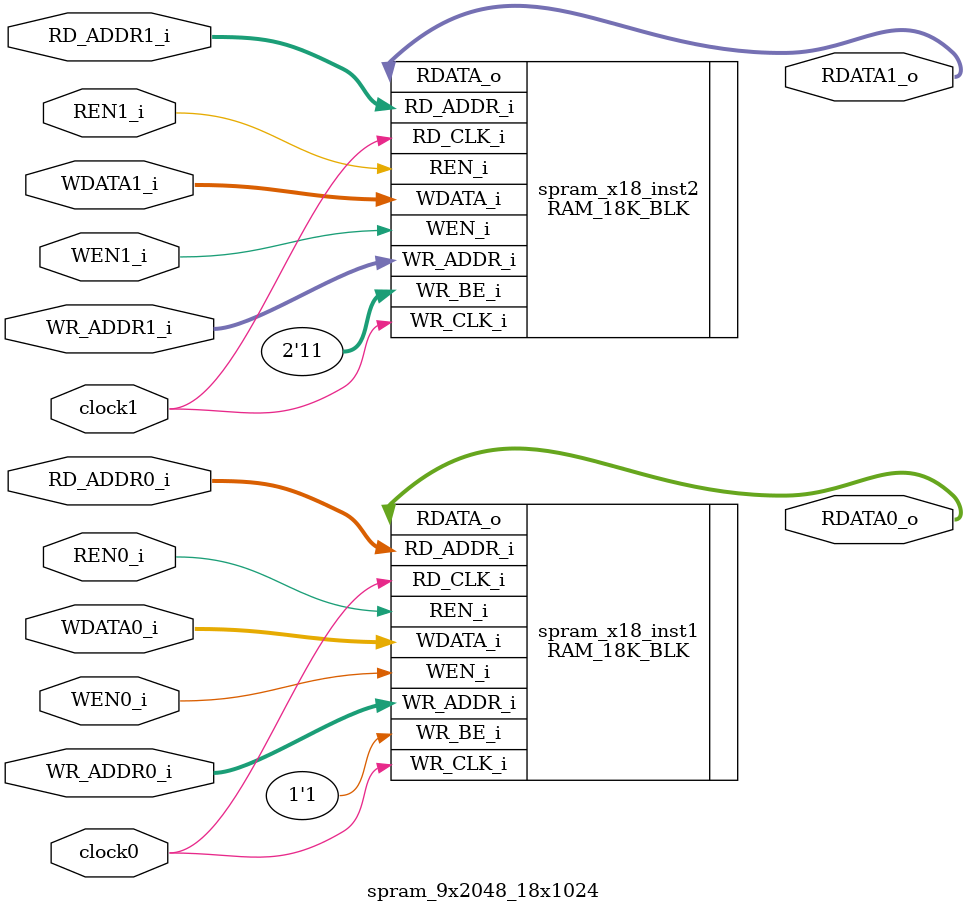
<source format=v>
module spram_18x1024_2x (   
    WEN0_i,
    REN0_i,
    clock0,
    WR_ADDR0_i,
    RD_ADDR0_i,
    WDATA0_i,
    RDATA0_o,
    
    WEN1_i,
    REN1_i,
    clock1,
    WR_ADDR1_i,
    RD_ADDR1_i,
    WDATA1_i,
    RDATA1_o
);

parameter WR_ADDR_WIDTH0 = 10;
parameter RD_ADDR_WIDTH0 = 10;
parameter WR_DATA_WIDTH0 = 18;
parameter RD_DATA_WIDTH0 = 18;
parameter BE_WIDTH0 = 2;

parameter WR_ADDR_WIDTH1 = 10;
parameter RD_ADDR_WIDTH1 = 10;
parameter WR_DATA_WIDTH1 = 18;
parameter RD_DATA_WIDTH1 = 18;
parameter BE_WIDTH1 = 2;

input wire WEN0_i;
input wire REN0_i;
input wire clock0;
input wire [WR_ADDR_WIDTH0-1 :0] WR_ADDR0_i;
input wire [RD_ADDR_WIDTH0-1 :0] RD_ADDR0_i;
input wire [WR_DATA_WIDTH0-1 :0] WDATA0_i;
output wire [RD_DATA_WIDTH0-1 :0] RDATA0_o;

input wire WEN1_i;
input wire REN1_i;
input wire clock1;
input wire [WR_ADDR_WIDTH0-1 :0] WR_ADDR1_i;
input wire [RD_ADDR_WIDTH0-1 :0] RD_ADDR1_i;
input wire [WR_DATA_WIDTH0-1 :0] WDATA1_i;
output wire [RD_DATA_WIDTH0-1 :0] RDATA1_o;


RAM_18K_BLK #(
              .WR_ADDR_WIDTH(WR_ADDR_WIDTH0),
              .RD_ADDR_WIDTH(RD_ADDR_WIDTH0),
              .WR_DATA_WIDTH(WR_DATA_WIDTH0),
              .RD_DATA_WIDTH(RD_DATA_WIDTH0),
              .BE_WIDTH(BE_WIDTH0)
              ) spram_x18_inst1 (
              
              .WEN_i(WEN0_i),
              .WR_BE_i(2'b11),
              .REN_i(REN0_i),              
              .WR_CLK_i(clock0),
              .RD_CLK_i(clock0),
              .WR_ADDR_i(WR_ADDR0_i),
              .RD_ADDR_i(RD_ADDR0_i),
              .WDATA_i(WDATA0_i),
              .RDATA_o(RDATA0_o)
              );
              
RAM_18K_BLK #(
              .WR_ADDR_WIDTH(WR_ADDR_WIDTH1),
              .RD_ADDR_WIDTH(RD_ADDR_WIDTH1),
              .WR_DATA_WIDTH(WR_DATA_WIDTH1),
              .RD_DATA_WIDTH(RD_DATA_WIDTH1),
              .BE_WIDTH(BE_WIDTH1)
              ) spram_x18_inst2 (
              
              .WEN_i(WEN1_i),
              .WR_BE_i(2'b11),
              .REN_i(REN1_i),              
              .WR_CLK_i(clock1),
              .RD_CLK_i(clock1),
              .WR_ADDR_i(WR_ADDR1_i),
              .RD_ADDR_i(RD_ADDR1_i),
              .WDATA_i(WDATA1_i),
              .RDATA_o(RDATA1_o)
              );
              
endmodule    

module spram_9x2048_x2 (
    WEN0_i,
    REN0_i,
    clock0,
    WR_ADDR0_i,
    RD_ADDR0_i,
    WDATA0_i,
    RDATA0_o,
    
    WEN1_i,
    REN1_i,
    clock1,
    WR_ADDR1_i,
    RD_ADDR1_i,
    WDATA1_i,
    RDATA1_o
);

parameter WR_ADDR_WIDTH0 = 11;
parameter RD_ADDR_WIDTH0 = 11;
parameter WR_DATA_WIDTH0 = 9;
parameter RD_DATA_WIDTH0 = 9;
parameter BE_WIDTH0 = 1;

parameter WR_ADDR_WIDTH1 = 11;
parameter RD_ADDR_WIDTH1 = 11;
parameter WR_DATA_WIDTH1 = 9;
parameter RD_DATA_WIDTH1 = 9;
parameter BE_WIDTH1 = 1;

input wire WEN0_i;
input wire REN0_i;
input wire clock0;
input wire [WR_ADDR_WIDTH0-1 :0] WR_ADDR0_i;
input wire [RD_ADDR_WIDTH0-1 :0] RD_ADDR0_i;
input wire [WR_DATA_WIDTH0-1 :0] WDATA0_i;
output wire [RD_DATA_WIDTH0-1 :0] RDATA0_o;

input wire WEN1_i;
input wire REN1_i;
input wire clock1;
input wire [WR_ADDR_WIDTH1-1 :0] WR_ADDR1_i;
input wire [RD_ADDR_WIDTH1-1 :0] RD_ADDR1_i;
input wire [WR_DATA_WIDTH1-1 :0] WDATA1_i;
output wire [RD_DATA_WIDTH1-1 :0] RDATA1_o;


RAM_18K_BLK #(
              .WR_ADDR_WIDTH(WR_ADDR_WIDTH0),
              .RD_ADDR_WIDTH(RD_ADDR_WIDTH0),
              .WR_DATA_WIDTH(WR_DATA_WIDTH0),
              .RD_DATA_WIDTH(RD_DATA_WIDTH0),
              .BE_WIDTH(BE_WIDTH0)
              ) spram_x18_inst1 (
              
              .WEN_i(WEN0_i),
              .WR_BE_i(2'b11),
              .REN_i(REN0_i),              
              .WR_CLK_i(clock0),
              .RD_CLK_i(clock0),
              .WR_ADDR_i(WR_ADDR0_i),
              .RD_ADDR_i(RD_ADDR0_i),
              .WDATA_i(WDATA0_i),
              .RDATA_o(RDATA0_o)
              );
              
RAM_18K_BLK #(
              .WR_ADDR_WIDTH(WR_ADDR_WIDTH1),
              .RD_ADDR_WIDTH(RD_ADDR_WIDTH1),
              .WR_DATA_WIDTH(WR_DATA_WIDTH1),
              .RD_DATA_WIDTH(RD_DATA_WIDTH1),
              .BE_WIDTH(BE_WIDTH1)
              ) spram_x18_inst2 (
              
              .WEN_i(WEN1_i),
              .WR_BE_i(2'b11),
              .REN_i(REN1_i),              
              .WR_CLK_i(clock1),
              .RD_CLK_i(clock1),
              .WR_ADDR_i(WR_ADDR1_i),
              .RD_ADDR_i(RD_ADDR1_i),
              .WDATA_i(WDATA1_i),
              .RDATA_o(RDATA1_o)
              );
              
endmodule    

module spram_9x2048_18x1024 (
    WEN0_i,
    REN0_i,
    clock0,
    WR_ADDR0_i,
    RD_ADDR0_i,
    WDATA0_i,
    RDATA0_o,
    
    WEN1_i,
    REN1_i,
    clock1,
    WR_ADDR1_i,
    RD_ADDR1_i,
    WDATA1_i,
    RDATA1_o
);

parameter WR_ADDR_WIDTH0 = 11;
parameter RD_ADDR_WIDTH0 = 11;
parameter WR_DATA_WIDTH0 = 9;
parameter RD_DATA_WIDTH0 = 9;
parameter BE_WIDTH0 = 1;

parameter WR_ADDR_WIDTH1 = 10;
parameter RD_ADDR_WIDTH1 = 10;
parameter WR_DATA_WIDTH1 = 18;
parameter RD_DATA_WIDTH1 = 18;
parameter BE_WIDTH1 = 2;

input wire WEN0_i;
input wire REN0_i;
input wire clock0;
input wire [WR_ADDR_WIDTH0-1 :0] WR_ADDR0_i;
input wire [RD_ADDR_WIDTH0-1 :0] RD_ADDR0_i;
input wire [WR_DATA_WIDTH0-1 :0] WDATA0_i;
output wire [RD_DATA_WIDTH0-1 :0] RDATA0_o;

input wire WEN1_i;
input wire REN1_i;
input wire clock1;
input wire [WR_ADDR_WIDTH1-1 :0] WR_ADDR1_i;
input wire [RD_ADDR_WIDTH1-1 :0] RD_ADDR1_i;
input wire [WR_DATA_WIDTH1-1 :0] WDATA1_i;
output wire [RD_DATA_WIDTH1-1 :0] RDATA1_o;


RAM_18K_BLK #(
              .WR_ADDR_WIDTH(WR_ADDR_WIDTH0),
              .RD_ADDR_WIDTH(RD_ADDR_WIDTH0),
              .WR_DATA_WIDTH(WR_DATA_WIDTH0),
              .RD_DATA_WIDTH(RD_DATA_WIDTH0),
              .BE_WIDTH(BE_WIDTH0)
              ) spram_x18_inst1 (
              
              .WEN_i(WEN0_i),
              .WR_BE_i(1'b1),
              .REN_i(REN0_i),              
              .WR_CLK_i(clock0),
              .RD_CLK_i(clock0),
              .WR_ADDR_i(WR_ADDR0_i),
              .RD_ADDR_i(RD_ADDR0_i),
              .WDATA_i(WDATA0_i),
              .RDATA_o(RDATA0_o)
              );
              
RAM_18K_BLK #(
              .WR_ADDR_WIDTH(WR_ADDR_WIDTH1),
              .RD_ADDR_WIDTH(RD_ADDR_WIDTH1),
              .WR_DATA_WIDTH(WR_DATA_WIDTH1),
              .RD_DATA_WIDTH(RD_DATA_WIDTH1),
              .BE_WIDTH(BE_WIDTH1)
              ) spram_x18_inst2 (
              
              .WEN_i(WEN1_i),
              .WR_BE_i(2'b11),
              .REN_i(REN1_i),              
              .WR_CLK_i(clock1),
              .RD_CLK_i(clock1),
              .WR_ADDR_i(WR_ADDR1_i),
              .RD_ADDR_i(RD_ADDR1_i),
              .WDATA_i(WDATA1_i),
              .RDATA_o(RDATA1_o)
              );
              
endmodule    
</source>
